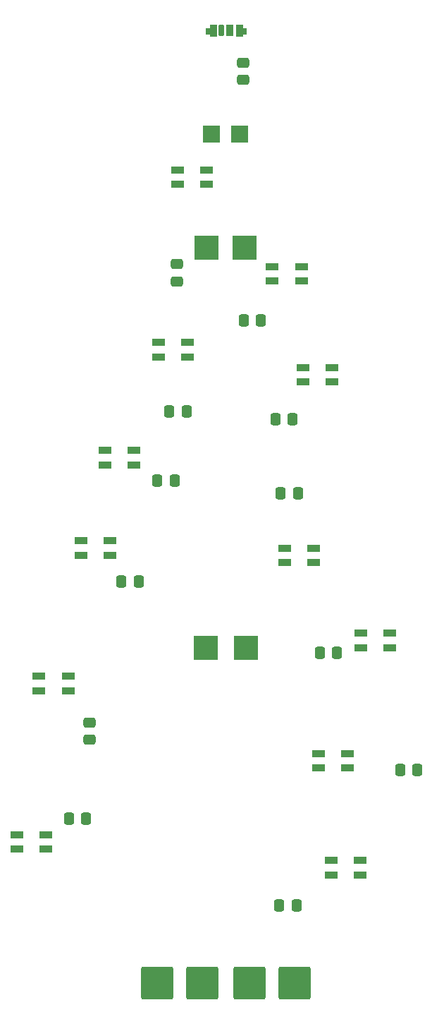
<source format=gts>
G04 #@! TF.GenerationSoftware,KiCad,Pcbnew,8.0.5*
G04 #@! TF.CreationDate,2024-11-01T20:54:01+01:00*
G04 #@! TF.ProjectId,SL_Christmas_Tree_A,534c5f43-6872-4697-9374-6d61735f5472,2.1*
G04 #@! TF.SameCoordinates,Original*
G04 #@! TF.FileFunction,Soldermask,Top*
G04 #@! TF.FilePolarity,Negative*
%FSLAX46Y46*%
G04 Gerber Fmt 4.6, Leading zero omitted, Abs format (unit mm)*
G04 Created by KiCad (PCBNEW 8.0.5) date 2024-11-01 20:54:01*
%MOMM*%
%LPD*%
G01*
G04 APERTURE LIST*
G04 Aperture macros list*
%AMRoundRect*
0 Rectangle with rounded corners*
0 $1 Rounding radius*
0 $2 $3 $4 $5 $6 $7 $8 $9 X,Y pos of 4 corners*
0 Add a 4 corners polygon primitive as box body*
4,1,4,$2,$3,$4,$5,$6,$7,$8,$9,$2,$3,0*
0 Add four circle primitives for the rounded corners*
1,1,$1+$1,$2,$3*
1,1,$1+$1,$4,$5*
1,1,$1+$1,$6,$7*
1,1,$1+$1,$8,$9*
0 Add four rect primitives between the rounded corners*
20,1,$1+$1,$2,$3,$4,$5,0*
20,1,$1+$1,$4,$5,$6,$7,0*
20,1,$1+$1,$6,$7,$8,$9,0*
20,1,$1+$1,$8,$9,$2,$3,0*%
G04 Aperture macros list end*
%ADD10C,0.010000*%
%ADD11RoundRect,0.250000X-0.337500X-0.475000X0.337500X-0.475000X0.337500X0.475000X-0.337500X0.475000X0*%
%ADD12RoundRect,0.250002X-1.699998X-1.699998X1.699998X-1.699998X1.699998X1.699998X-1.699998X1.699998X0*%
%ADD13R,3.000000X3.000000*%
%ADD14RoundRect,0.250000X0.337500X0.475000X-0.337500X0.475000X-0.337500X-0.475000X0.337500X-0.475000X0*%
%ADD15R,1.600000X0.850000*%
%ADD16RoundRect,0.102000X0.350000X0.600000X-0.350000X0.600000X-0.350000X-0.600000X0.350000X-0.600000X0*%
%ADD17RoundRect,0.102000X0.225000X0.600000X-0.225000X0.600000X-0.225000X-0.600000X0.225000X-0.600000X0*%
%ADD18RoundRect,0.250000X-0.475000X0.337500X-0.475000X-0.337500X0.475000X-0.337500X0.475000X0.337500X0*%
%ADD19R,2.000000X2.000000*%
%ADD20RoundRect,0.250000X0.475000X-0.337500X0.475000X0.337500X-0.475000X0.337500X-0.475000X-0.337500X0*%
%ADD21RoundRect,0.250002X1.699998X1.699998X-1.699998X1.699998X-1.699998X-1.699998X1.699998X-1.699998X0*%
G04 APERTURE END LIST*
D10*
X98625000Y-50100000D02*
X97875000Y-50100000D01*
X97875000Y-49850000D01*
X97425000Y-49850000D01*
X97425000Y-49100000D01*
X97875000Y-49100000D01*
X97875000Y-48700000D01*
X98625000Y-48700000D01*
X98625000Y-50100000D01*
G36*
X98625000Y-50100000D02*
G01*
X97875000Y-50100000D01*
X97875000Y-49850000D01*
X97425000Y-49850000D01*
X97425000Y-49100000D01*
X97875000Y-49100000D01*
X97875000Y-48700000D01*
X98625000Y-48700000D01*
X98625000Y-50100000D01*
G37*
X101775000Y-49100000D02*
X102225000Y-49100000D01*
X102225000Y-49850000D01*
X101775000Y-49850000D01*
X101775000Y-50100000D01*
X101025000Y-50100000D01*
X101025000Y-48700000D01*
X101775000Y-48700000D01*
X101775000Y-49100000D01*
G36*
X101775000Y-49100000D02*
G01*
X102225000Y-49100000D01*
X102225000Y-49850000D01*
X101775000Y-49850000D01*
X101775000Y-50100000D01*
X101025000Y-50100000D01*
X101025000Y-48700000D01*
X101775000Y-48700000D01*
X101775000Y-49100000D01*
G37*
D11*
X80937500Y-143950000D03*
X83012500Y-143950000D03*
D12*
X102630000Y-163710000D03*
D13*
X102200000Y-123500000D03*
D11*
X111087500Y-124050000D03*
X113162500Y-124050000D03*
D14*
X89312500Y-115500000D03*
X87237500Y-115500000D03*
D15*
X82400000Y-110600000D03*
X82400000Y-112350000D03*
X85900000Y-112350000D03*
X85900000Y-110600000D03*
X110375000Y-113250000D03*
X110375000Y-111500000D03*
X106875000Y-111500000D03*
X106875000Y-113250000D03*
X114400000Y-137900000D03*
X114400000Y-136150000D03*
X110900000Y-136150000D03*
X110900000Y-137900000D03*
X74700000Y-145875000D03*
X74700000Y-147625000D03*
X78200000Y-147625000D03*
X78200000Y-145875000D03*
D13*
X102000000Y-75460000D03*
D16*
X100275000Y-49400000D03*
D17*
X99250000Y-49400000D03*
D15*
X85250000Y-99800000D03*
X85250000Y-101550000D03*
X88750000Y-101550000D03*
X88750000Y-99800000D03*
D18*
X101875000Y-53287500D03*
X101875000Y-55362500D03*
D19*
X98100000Y-61825000D03*
D18*
X83400000Y-132412500D03*
X83400000Y-134487500D03*
D13*
X97360000Y-123500000D03*
D15*
X93975000Y-66125000D03*
X93975000Y-67875000D03*
X97475000Y-67875000D03*
X97475000Y-66125000D03*
D13*
X97500000Y-75500000D03*
D14*
X108275000Y-154350000D03*
X106200000Y-154350000D03*
X93637500Y-103450000D03*
X91562500Y-103450000D03*
D15*
X112550000Y-91575000D03*
X112550000Y-89825000D03*
X109050000Y-89825000D03*
X109050000Y-91575000D03*
D20*
X93900000Y-79512500D03*
X93900000Y-77437500D03*
D15*
X77350000Y-126900000D03*
X77350000Y-128650000D03*
X80850000Y-128650000D03*
X80850000Y-126900000D03*
D12*
X108025000Y-163700000D03*
D19*
X101475000Y-61850000D03*
D14*
X95062500Y-95075000D03*
X92987500Y-95075000D03*
D15*
X108875000Y-79475000D03*
X108875000Y-77725000D03*
X105375000Y-77725000D03*
X105375000Y-79475000D03*
X91700000Y-86825000D03*
X91700000Y-88575000D03*
X95200000Y-88575000D03*
X95200000Y-86825000D03*
D14*
X107837500Y-96075000D03*
X105762500Y-96075000D03*
D12*
X96930000Y-163730000D03*
D14*
X122787500Y-138125000D03*
X120712500Y-138125000D03*
D15*
X115925000Y-150750000D03*
X115925000Y-149000000D03*
X112425000Y-149000000D03*
X112425000Y-150750000D03*
X119525000Y-123475000D03*
X119525000Y-121725000D03*
X116025000Y-121725000D03*
X116025000Y-123475000D03*
D14*
X104012500Y-84175000D03*
X101937500Y-84175000D03*
X108437500Y-104950000D03*
X106362500Y-104950000D03*
D21*
X96930000Y-163730000D03*
X91575000Y-163700000D03*
X102630000Y-163710000D03*
M02*

</source>
